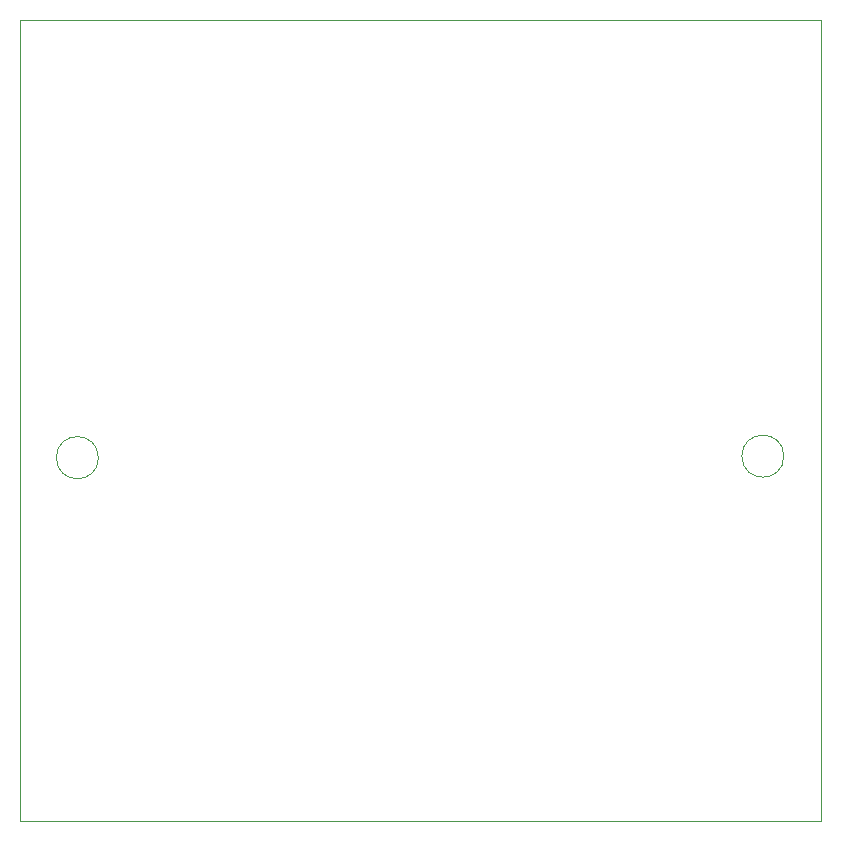
<source format=gbr>
%TF.GenerationSoftware,KiCad,Pcbnew,(5.1.8)-1*%
%TF.CreationDate,2021-07-11T12:48:12+05:30*%
%TF.ProjectId,AC_RMS_ESP32_ATM90E26,41435f52-4d53-45f4-9553-5033325f4154,V2*%
%TF.SameCoordinates,Original*%
%TF.FileFunction,Paste,Bot*%
%TF.FilePolarity,Positive*%
%FSLAX46Y46*%
G04 Gerber Fmt 4.6, Leading zero omitted, Abs format (unit mm)*
G04 Created by KiCad (PCBNEW (5.1.8)-1) date 2021-07-11 12:48:12*
%MOMM*%
%LPD*%
G01*
G04 APERTURE LIST*
%TA.AperFunction,Profile*%
%ADD10C,0.050000*%
%TD*%
G04 APERTURE END LIST*
D10*
X137795000Y-66040000D02*
X137795000Y-133858000D01*
X69977000Y-66040000D02*
X69977000Y-133858000D01*
X134620000Y-102997000D02*
G75*
G03*
X134620000Y-102997000I-1778000J0D01*
G01*
X76585530Y-103124000D02*
G75*
G03*
X76585530Y-103124000I-1782530J0D01*
G01*
X137795000Y-66040000D02*
X122301000Y-66040000D01*
X122301000Y-66040000D02*
X85471000Y-66040000D01*
X85471000Y-66040000D02*
X69977000Y-66040000D01*
X122301000Y-133858000D02*
X137795000Y-133858000D01*
X85471000Y-133858000D02*
X122301000Y-133858000D01*
X69977000Y-133858000D02*
X85471000Y-133858000D01*
M02*

</source>
